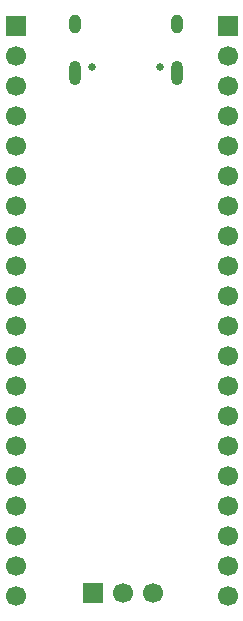
<source format=gbr>
%TF.GenerationSoftware,KiCad,Pcbnew,9.0.6*%
%TF.CreationDate,2025-12-02T19:28:56-05:00*%
%TF.ProjectId,DEVBOARD,44455642-4f41-4524-942e-6b696361645f,rev?*%
%TF.SameCoordinates,Original*%
%TF.FileFunction,Soldermask,Bot*%
%TF.FilePolarity,Negative*%
%FSLAX46Y46*%
G04 Gerber Fmt 4.6, Leading zero omitted, Abs format (unit mm)*
G04 Created by KiCad (PCBNEW 9.0.6) date 2025-12-02 19:28:56*
%MOMM*%
%LPD*%
G01*
G04 APERTURE LIST*
%ADD10C,0.650000*%
%ADD11O,1.000000X2.100000*%
%ADD12O,1.000000X1.600000*%
%ADD13R,1.700000X1.700000*%
%ADD14C,1.700000*%
G04 APERTURE END LIST*
D10*
%TO.C,J1*%
X152640000Y-79250000D03*
X146860000Y-79250000D03*
D11*
X154070000Y-79780000D03*
D12*
X154070000Y-75600000D03*
D11*
X145430000Y-79780000D03*
D12*
X145430000Y-75600000D03*
%TD*%
D13*
%TO.C,J2*%
X140410000Y-75780000D03*
D14*
X140410000Y-78320000D03*
X140410000Y-80860000D03*
X140410000Y-83400000D03*
X140410000Y-85940000D03*
X140410000Y-88480000D03*
X140410000Y-91020000D03*
X140410000Y-93560000D03*
X140410000Y-96100000D03*
X140410000Y-98640000D03*
X140410000Y-101180000D03*
X140410000Y-103720000D03*
X140410000Y-106260000D03*
X140410000Y-108800000D03*
X140410000Y-111340000D03*
X140410000Y-113880000D03*
X140410000Y-116420000D03*
X140410000Y-118960000D03*
X140410000Y-121500000D03*
X140410000Y-124040000D03*
%TD*%
D13*
%TO.C,J3*%
X158338861Y-75776831D03*
D14*
X158338861Y-78316831D03*
X158338861Y-80856831D03*
X158338861Y-83396831D03*
X158338861Y-85936831D03*
X158338861Y-88476831D03*
X158338861Y-91016831D03*
X158338861Y-93556831D03*
X158338861Y-96096831D03*
X158338861Y-98636831D03*
X158338861Y-101176831D03*
X158338861Y-103716831D03*
X158338861Y-106256831D03*
X158338861Y-108796831D03*
X158338861Y-111336831D03*
X158338861Y-113876831D03*
X158338861Y-116416831D03*
X158338861Y-118956831D03*
X158338861Y-121496831D03*
X158338861Y-124036831D03*
%TD*%
D13*
%TO.C,J4*%
X146920000Y-123750000D03*
D14*
X149460000Y-123750000D03*
X152000000Y-123750000D03*
%TD*%
M02*

</source>
